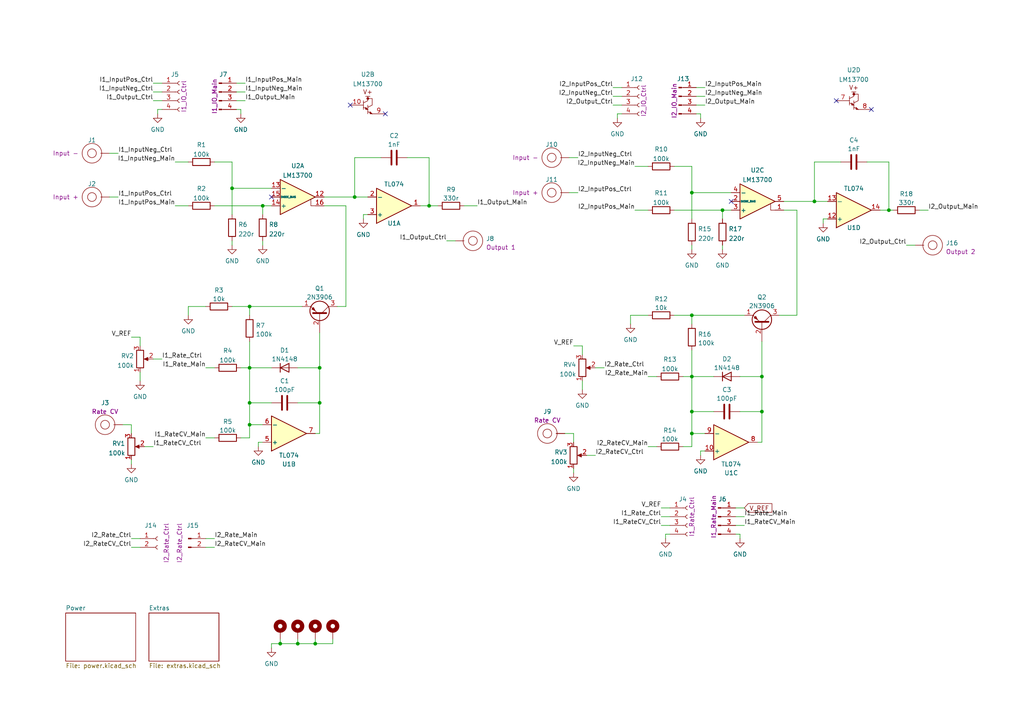
<source format=kicad_sch>
(kicad_sch (version 20230121) (generator eeschema)
  (paper "A4")
  (title_block (title "Variable Integrator and extras") (date "2022-07-25") (rev "r02") (comment 2 "creativecommons.org/Licenses/by/4.0/") (comment 3 "License: CC BY 4.0") (comment 4 "Author: Guy John"))
  (lib_symbols
    (symbol "Amplifier_Operational:LM13700" (pin_names (offset 0.127))
      (property "Reference" "U" (at 3.81 5.08 0))
      (property "Value" "LM13700" (at 5.08 -5.08 0))
      (symbol "LM13700_1_1"
        (polyline (pts (xy 3.81 -0.635) (xy 3.81 -2.54) (xy 5.08 -2.54)))
        (polyline (pts (xy 5.08 0) (xy -5.08 -5.08) (xy -5.08 5.08) (xy 5.08 0)) (stroke (width 0.254)) (fill (type background)))
        (pin output line (at 7.62 0 180) (length 2.54) (name "~") (number "12"))
        (pin input line (at -7.62 2.54 0) (length 2.54) (name "-") (number "13"))
        (pin input line (at -7.62 -2.54 0) (length 2.54) (name "+") (number "14"))
        (pin input line (at -7.62 0 0) (length 2.54) (name "DIODE_BIAS") (number "15"))
        (pin input line (at 7.62 -2.54 180) (length 2.54) (name "~") (number "16"))
      )
      (symbol "LM13700_2_0"
        (polyline (pts (xy -1.905 2.54) (xy -3.175 2.54)))
      )
      (symbol "LM13700_2_1"
        (circle (center -2.54 1.905) (radius 0.254) (stroke (width 0.254)) (fill (type outline)))
        (polyline (pts (xy -3.81 -0.635) (xy -2.54 -1.27)))
        (polyline (pts (xy -3.81 1.27) (xy -3.81 -1.27)))
        (polyline (pts (xy -2.54 -1.905) (xy -1.27 -2.54)))
        (polyline (pts (xy -2.54 0) (xy -2.54 -2.54)))
        (polyline (pts (xy -3.81 0.635) (xy -2.54 1.27) (xy -2.54 1.905) (xy -2.54 2.54)))
        (polyline (pts (xy -2.54 -1.27) (xy -3.175 -0.635) (xy -3.175 -1.27) (xy -2.54 -1.27)) (fill (type outline)))
        (polyline (pts (xy -2.54 -0.635) (xy -1.27 0) (xy -1.27 1.905) (xy -2.54 1.905)))
        (polyline (pts (xy -1.27 -2.54) (xy -1.905 -1.905) (xy -1.905 -2.54) (xy -1.27 -2.54)) (fill (type outline)))
        (text "V+" (at -2.54 3.81 0) (effects (font (size 1.27 1.27))))
        (pin input line (at -7.62 0 0) (length 3.81) (name "~") (number "10"))
        (pin output line (at 2.54 -2.54 180) (length 3.81) (name "~") (number "9"))
      )
      (symbol "LM13700_3_1"
        (polyline (pts (xy 3.81 -0.635) (xy 3.81 -2.54) (xy 5.08 -2.54)))
        (polyline (pts (xy 5.08 0) (xy -5.08 -5.08) (xy -5.08 5.08) (xy 5.08 0)) (stroke (width 0.254)) (fill (type background)))
        (pin input line (at 7.62 -2.54 180) (length 2.54) (name "~") (number "1"))
        (pin input line (at -7.62 0 0) (length 2.54) (name "DIODE_BIAS") (number "2"))
        (pin input line (at -7.62 -2.54 0) (length 2.54) (name "+") (number "3"))
        (pin input line (at -7.62 2.54 0) (length 2.54) (name "-") (number "4"))
        (pin output line (at 7.62 0 180) (length 2.54) (name "~") (number "5"))
      )
      (symbol "LM13700_4_0"
        (polyline (pts (xy -3.175 2.54) (xy -1.905 2.54)))
        (text "V+" (at -2.54 3.81 0) (effects (font (size 1.27 1.27))))
      )
      (symbol "LM13700_4_1"
        (circle (center -2.54 1.905) (radius 0.254) (stroke (width 0.254)) (fill (type outline)))
        (polyline (pts (xy -3.81 -0.635) (xy -2.54 -1.27)))
        (polyline (pts (xy -3.81 1.27) (xy -3.81 -1.27)))
        (polyline (pts (xy -2.54 -1.905) (xy -1.27 -2.54)))
        (polyline (pts (xy -2.54 0) (xy -2.54 -2.54)))
        (polyline (pts (xy -3.81 0.635) (xy -2.54 1.27) (xy -2.54 2.54)))
        (polyline (pts (xy -2.54 -1.27) (xy -3.175 -0.635) (xy -3.175 -1.27) (xy -2.54 -1.27)) (fill (type outline)))
        (polyline (pts (xy -2.54 -0.635) (xy -1.27 0) (xy -1.27 1.905) (xy -2.54 1.905)))
        (polyline (pts (xy -1.27 -2.54) (xy -1.905 -1.905) (xy -1.905 -2.54) (xy -1.27 -2.54)) (fill (type outline)))
        (pin input line (at -7.62 0 0) (length 3.81) (name "~") (number "7"))
        (pin output line (at 2.54 -2.54 180) (length 3.81) (name "~") (number "8"))
      )
      (symbol "LM13700_5_1"
        (pin power_in line (at -2.54 7.62 270) (length 3.81) (name "V+") (number "11"))
        (pin power_in line (at -2.54 -7.62 90) (length 3.81) (name "V-") (number "6"))
      )
    )
    (symbol "Amplifier_Operational:TL074" (pin_names (offset 0.127))
      (property "Reference" "U" (at 0 5.08 0))
      (property "Value" "TL074" (at 0 -5.08 0))
      (symbol "TL074_1_1"
        (polyline (pts (xy -5.08 5.08) (xy 5.08 0) (xy -5.08 -5.08) (xy -5.08 5.08)) (stroke (width 0.254)) (fill (type background)))
        (pin output line (at 7.62 0 180) (length 2.54) (name "~") (number "1"))
        (pin input line (at -7.62 -2.54 0) (length 2.54) (name "-") (number "2"))
        (pin input line (at -7.62 2.54 0) (length 2.54) (name "+") (number "3"))
      )
      (symbol "TL074_2_1"
        (polyline (pts (xy -5.08 5.08) (xy 5.08 0) (xy -5.08 -5.08) (xy -5.08 5.08)) (stroke (width 0.254)) (fill (type background)))
        (pin input line (at -7.62 2.54 0) (length 2.54) (name "+") (number "5"))
        (pin input line (at -7.62 -2.54 0) (length 2.54) (name "-") (number "6"))
        (pin output line (at 7.62 0 180) (length 2.54) (name "~") (number "7"))
      )
      (symbol "TL074_3_1"
        (polyline (pts (xy -5.08 5.08) (xy 5.08 0) (xy -5.08 -5.08) (xy -5.08 5.08)) (stroke (width 0.254)) (fill (type background)))
        (pin input line (at -7.62 2.54 0) (length 2.54) (name "+") (number "10"))
        (pin output line (at 7.62 0 180) (length 2.54) (name "~") (number "8"))
        (pin input line (at -7.62 -2.54 0) (length 2.54) (name "-") (number "9"))
      )
      (symbol "TL074_4_1"
        (polyline (pts (xy -5.08 5.08) (xy 5.08 0) (xy -5.08 -5.08) (xy -5.08 5.08)) (stroke (width 0.254)) (fill (type background)))
        (pin input line (at -7.62 2.54 0) (length 2.54) (name "+") (number "12"))
        (pin input line (at -7.62 -2.54 0) (length 2.54) (name "-") (number "13"))
        (pin output line (at 7.62 0 180) (length 2.54) (name "~") (number "14"))
      )
      (symbol "TL074_5_1"
        (pin power_in line (at -2.54 -7.62 90) (length 3.81) (name "V-") (number "11"))
        (pin power_in line (at -2.54 7.62 270) (length 3.81) (name "V+") (number "4"))
      )
    )
    (symbol "Banana_Jacks:Banana_Socket_PanelMount" (pin_numbers hide) (pin_names (offset 1.016) hide)
      (property "Reference" "J" (at 0 3.81 0))
      (symbol "Banana_Socket_PanelMount_0_1"
        (circle (center 0 0) (radius 1.27))
        (circle (center 0 0) (radius 2.8448))
      )
      (symbol "Banana_Socket_PanelMount_1_1"
        (pin bidirectional line (at 5.08 0 180) (length 2.54) (name "~") (number "1"))
      )
    )
    (symbol "Connector:Conn_01x02_Pin" (pin_names (offset 1.016) hide)
      (property "Reference" "J" (at 0 2.54 0))
      (property "Value" "Conn_01x02_Pin" (at 0 -5.08 0))
      (symbol "Conn_01x02_Pin_1_1"
        (polyline (pts (xy 1.27 -2.54) (xy 0.8636 -2.54)) (stroke (width 0.1524)))
        (polyline (pts (xy 1.27 0) (xy 0.8636 0)) (stroke (width 0.1524)))
        (rectangle (start 0.8636 -2.413) (end 0 -2.667) (stroke (width 0.1524)) (fill (type outline)))
        (rectangle (start 0.8636 0.127) (end 0 -0.127) (stroke (width 0.1524)) (fill (type outline)))
        (pin passive line (at 5.08 0 180) (length 3.81) (name "Pin_1") (number "1"))
        (pin passive line (at 5.08 -2.54 180) (length 3.81) (name "Pin_2") (number "2"))
      )
    )
    (symbol "Connector:Conn_01x02_Socket" (pin_names (offset 1.016) hide)
      (property "Reference" "J" (at 0 2.54 0))
      (property "Value" "Conn_01x02_Socket" (at 0 -5.08 0))
      (symbol "Conn_01x02_Socket_1_1"
        (arc (start 0 -2.032) (mid -0.5058 -2.54) (end 0 -3.048) (stroke (width 0.1524)))
        (polyline (pts (xy -1.27 -2.54) (xy -0.508 -2.54)) (stroke (width 0.1524)))
        (polyline (pts (xy -1.27 0) (xy -0.508 0)) (stroke (width 0.1524)))
        (arc (start 0 0.508) (mid -0.5058 0) (end 0 -0.508) (stroke (width 0.1524)))
        (pin passive line (at -5.08 0 0) (length 3.81) (name "Pin_1") (number "1"))
        (pin passive line (at -5.08 -2.54 0) (length 3.81) (name "Pin_2") (number "2"))
      )
    )
    (symbol "Connector:Conn_01x04_Pin" (pin_names (offset 1.016) hide)
      (property "Reference" "J" (at 0 5.08 0))
      (property "Value" "Conn_01x04_Pin" (at 0 -7.62 0))
      (symbol "Conn_01x04_Pin_1_1"
        (polyline (pts (xy 1.27 -5.08) (xy 0.8636 -5.08)) (stroke (width 0.1524)))
        (polyline (pts (xy 1.27 -2.54) (xy 0.8636 -2.54)) (stroke (width 0.1524)))
        (polyline (pts (xy 1.27 0) (xy 0.8636 0)) (stroke (width 0.1524)))
        (polyline (pts (xy 1.27 2.54) (xy 0.8636 2.54)) (stroke (width 0.1524)))
        (rectangle (start 0.8636 -4.953) (end 0 -5.207) (stroke (width 0.1524)) (fill (type outline)))
        (rectangle (start 0.8636 -2.413) (end 0 -2.667) (stroke (width 0.1524)) (fill (type outline)))
        (rectangle (start 0.8636 0.127) (end 0 -0.127) (stroke (width 0.1524)) (fill (type outline)))
        (rectangle (start 0.8636 2.667) (end 0 2.413) (stroke (width 0.1524)) (fill (type outline)))
        (pin passive line (at 5.08 2.54 180) (length 3.81) (name "Pin_1") (number "1"))
        (pin passive line (at 5.08 0 180) (length 3.81) (name "Pin_2") (number "2"))
        (pin passive line (at 5.08 -2.54 180) (length 3.81) (name "Pin_3") (number "3"))
        (pin passive line (at 5.08 -5.08 180) (length 3.81) (name "Pin_4") (number "4"))
      )
    )
    (symbol "Connector:Conn_01x04_Socket" (pin_names (offset 1.016) hide)
      (property "Reference" "J" (at 0 5.08 0))
      (property "Value" "Conn_01x04_Socket" (at 0 -7.62 0))
      (symbol "Conn_01x04_Socket_1_1"
        (arc (start 0 -4.572) (mid -0.5058 -5.08) (end 0 -5.588) (stroke (width 0.1524)))
        (arc (start 0 -2.032) (mid -0.5058 -2.54) (end 0 -3.048) (stroke (width 0.1524)))
        (polyline (pts (xy -1.27 -5.08) (xy -0.508 -5.08)) (stroke (width 0.1524)))
        (polyline (pts (xy -1.27 -2.54) (xy -0.508 -2.54)) (stroke (width 0.1524)))
        (polyline (pts (xy -1.27 0) (xy -0.508 0)) (stroke (width 0.1524)))
        (polyline (pts (xy -1.27 2.54) (xy -0.508 2.54)) (stroke (width 0.1524)))
        (arc (start 0 0.508) (mid -0.5058 0) (end 0 -0.508) (stroke (width 0.1524)))
        (arc (start 0 3.048) (mid -0.5058 2.54) (end 0 2.032) (stroke (width 0.1524)))
        (pin passive line (at -5.08 2.54 0) (length 3.81) (name "Pin_1") (number "1"))
        (pin passive line (at -5.08 0 0) (length 3.81) (name "Pin_2") (number "2"))
        (pin passive line (at -5.08 -2.54 0) (length 3.81) (name "Pin_3") (number "3"))
        (pin passive line (at -5.08 -5.08 0) (length 3.81) (name "Pin_4") (number "4"))
      )
    )
    (symbol "D_1" (pin_numbers hide) (pin_names (offset 1.016) hide)
      (property "Reference" "D" (at 0 2.54 0))
      (property "Value" "D" (at 0 -2.54 0))
      (symbol "D_1_0_1"
        (polyline (pts (xy -1.27 1.27) (xy -1.27 -1.27)) (stroke (width 0.254)))
        (polyline (pts (xy 1.27 0) (xy -1.27 0)))
        (polyline (pts (xy 1.27 1.27) (xy 1.27 -1.27) (xy -1.27 0) (xy 1.27 1.27)) (stroke (width 0.254)))
      )
      (symbol "D_1_1_1"
        (pin passive line (at -3.81 0 0) (length 2.54) (name "K") (number "1"))
        (pin passive line (at 3.81 0 180) (length 2.54) (name "A") (number "2"))
      )
    )
    (symbol "Device:R_Potentiometer" (pin_names (offset 1.016) hide)
      (property "Reference" "RV" (at -4.445 0 90))
      (property "Value" "R_Potentiometer" (at -2.54 0 90))
      (symbol "R_Potentiometer_0_1"
        (polyline (pts (xy 2.54 0) (xy 1.524 0)))
        (polyline (pts (xy 1.143 0) (xy 2.286 0.508) (xy 2.286 -0.508) (xy 1.143 0)) (fill (type outline)))
        (rectangle (start 1.016 2.54) (end -1.016 -2.54) (stroke (width 0.254)))
      )
      (symbol "R_Potentiometer_1_1"
        (pin passive line (at 0 3.81 270) (length 1.27) (name "1") (number "1"))
        (pin passive line (at 3.81 0 180) (length 1.27) (name "2") (number "2"))
        (pin passive line (at 0 -3.81 90) (length 1.27) (name "3") (number "3"))
      )
    )
    (symbol "Mechanical:MountingHole_Pad" (pin_numbers hide) (pin_names (offset 1.016) hide)
      (property "Reference" "H" (at 0 6.35 0))
      (property "Value" "MountingHole_Pad" (at 0 4.445 0))
      (symbol "MountingHole_Pad_0_1"
        (circle (center 0 1.27) (radius 1.27) (stroke (width 1.27)))
      )
      (symbol "MountingHole_Pad_1_1"
        (pin input line (at 0 -2.54 90) (length 2.54) (name "1") (number "1"))
      )
    )
    (symbol "Rumblesan Standard Parts:C" (pin_numbers hide) (pin_names (offset 0.254) hide)
      (property "Reference" "C?" (at -6.35 0 90))
      (property "Value" "C" (at -3.81 0 90))
      (symbol "C_0_1"
        (polyline (pts (xy -2.032 -0.762) (xy 2.032 -0.762)) (stroke (width 0.508)))
        (polyline (pts (xy -2.032 0.762) (xy 2.032 0.762)) (stroke (width 0.508)))
      )
      (symbol "C_1_1"
        (pin passive line (at 0 3.81 270) (length 2.794) (name "~") (number "1"))
        (pin passive line (at 0 -3.81 90) (length 2.794) (name "~") (number "2"))
      )
    )
    (symbol "Rumblesan Standard Parts:R" (pin_numbers hide) (pin_names (offset 0))
      (property "Reference" "R?" (at -5.08 0 90))
      (property "Value" "R" (at -2.54 0 90))
      (symbol "R_0_1"
        (rectangle (start 1.016 2.54) (end -1.016 -2.54) (stroke (width 0.254)))
      )
      (symbol "R_1_1"
        (pin passive line (at 0 -3.81 90) (length 1.27) (name "~") (number "1"))
        (pin passive line (at 0 3.81 270) (length 1.27) (name "~") (number "2"))
      )
    )
    (symbol "Transistor_BJT:2N3906" (pin_names (offset 0) hide)
      (property "Reference" "Q" (at 5.08 1.905 0))
      (property "Value" "2N3906" (at 5.08 0 0))
      (symbol "2N3906_0_1"
        (polyline (pts (xy 0.635 0.635) (xy 2.54 2.54)))
        (polyline (pts (xy 0.635 -0.635) (xy 2.54 -2.54) (xy 2.54 -2.54)))
        (polyline (pts (xy 0.635 1.905) (xy 0.635 -1.905) (xy 0.635 -1.905)) (stroke (width 0.508)))
        (polyline (pts (xy 2.286 -1.778) (xy 1.778 -2.286) (xy 1.27 -1.27) (xy 2.286 -1.778) (xy 2.286 -1.778)) (fill (type outline)))
        (circle (center 1.27 0) (radius 2.8194) (stroke (width 0.254)))
      )
      (symbol "2N3906_1_1"
        (pin passive line (at 2.54 -5.08 90) (length 2.54) (name "E") (number "1"))
        (pin input line (at -5.08 0 0) (length 5.715) (name "B") (number "2"))
        (pin passive line (at 2.54 5.08 270) (length 2.54) (name "C") (number "3"))
      )
    )
    (symbol "power:GND" (power) (pin_names (offset 0))
      (property "Value" "GND" (at 0 -3.81 0))
      (symbol "GND_0_1"
        (polyline (pts (xy 0 0) (xy 0 -1.27) (xy 1.27 -1.27) (xy 0 -2.54) (xy -1.27 -1.27) (xy 0 -1.27)))
      )
      (symbol "GND_1_1"
        (pin power_in line (at 0 0 270) (length 0) hide (name "GND") (number "1"))
      )
    )
  )
  (junction (at 220.98 109.22))
  (junction (at 102.87 57.15))
  (junction (at 76.2 59.69))
  (junction (at 72.39 106.68))
  (junction (at 86.36 186.69))
  (junction (at 124.46 59.69))
  (junction (at 72.39 123.19))
  (junction (at 72.39 88.9))
  (junction (at 200.66 125.73))
  (junction (at 81.28 186.69))
  (junction (at 200.66 91.44))
  (junction (at 220.98 119.38))
  (junction (at 91.44 186.69))
  (junction (at 236.22 58.42))
  (junction (at 257.81 60.96))
  (junction (at 200.66 55.88))
  (junction (at 200.66 109.22))
  (junction (at 72.39 116.84))
  (junction (at 200.66 119.38))
  (junction (at 209.55 60.96))
  (junction (at 92.71 106.68))
  (junction (at 92.71 116.84))
  (junction (at 67.31 54.61))
  (no_connect (at 212.09 58.42))
  (no_connect (at 78.74 57.15))
  (no_connect (at 242.57 29.21))
  (no_connect (at 111.76 33.02))
  (no_connect (at 101.6 30.48))
  (no_connect (at 252.73 31.75))
  (wire (pts (xy 67.31 54.61) (xy 67.31 62.23)))
  (wire (pts (xy 34.29 44.45) (xy 31.75 44.45)))
  (wire (pts (xy 166.37 135.89) (xy 166.37 137.16)))
  (wire (pts (xy 187.96 91.44) (xy 182.88 91.44)))
  (wire (pts (xy 191.77 149.86) (xy 194.31 149.86)))
  (wire (pts (xy 200.66 129.54) (xy 200.66 125.73)))
  (wire (pts (xy 44.45 24.13) (xy 46.99 24.13)))
  (wire (pts (xy 200.66 109.22) (xy 200.66 119.38)))
  (wire (pts (xy 86.36 186.69) (xy 91.44 186.69)))
  (wire (pts (xy 168.91 110.49) (xy 168.91 113.03)))
  (wire (pts (xy 195.58 60.96) (xy 209.55 60.96)))
  (wire (pts (xy 124.46 59.69) (xy 127 59.69)))
  (wire (pts (xy 129.54 69.85) (xy 132.08 69.85)))
  (wire (pts (xy 44.45 26.67) (xy 46.99 26.67)))
  (wire (pts (xy 213.36 152.4) (xy 215.9 152.4)))
  (wire (pts (xy 166.37 100.33) (xy 168.91 100.33)))
  (wire (pts (xy 209.55 60.96) (xy 209.55 63.5)))
  (wire (pts (xy 193.04 154.94) (xy 194.31 154.94)))
  (wire (pts (xy 69.85 106.68) (xy 72.39 106.68)))
  (wire (pts (xy 184.15 60.96) (xy 187.96 60.96)))
  (wire (pts (xy 227.33 58.42) (xy 236.22 58.42)))
  (wire (pts (xy 40.64 107.95) (xy 40.64 110.49)))
  (wire (pts (xy 180.34 33.02) (xy 179.07 33.02)))
  (wire (pts (xy 165.1 55.88) (xy 167.64 55.88)))
  (wire (pts (xy 238.76 63.5) (xy 238.76 64.77)))
  (wire (pts (xy 54.61 88.9) (xy 54.61 91.44)))
  (wire (pts (xy 102.87 57.15) (xy 106.68 57.15)))
  (wire (pts (xy 92.71 106.68) (xy 92.71 116.84)))
  (wire (pts (xy 76.2 128.27) (xy 74.93 128.27)))
  (wire (pts (xy 86.36 106.68) (xy 92.71 106.68)))
  (wire (pts (xy 214.63 119.38) (xy 220.98 119.38)))
  (wire (pts (xy 59.69 127) (xy 62.23 127)))
  (wire (pts (xy 69.85 127) (xy 72.39 127)))
  (wire (pts (xy 72.39 106.68) (xy 72.39 116.84)))
  (wire (pts (xy 93.98 59.69) (xy 100.33 59.69)))
  (wire (pts (xy 262.89 71.12) (xy 265.43 71.12)))
  (wire (pts (xy 191.77 147.32) (xy 194.31 147.32)))
  (wire (pts (xy 219.71 128.27) (xy 220.98 128.27)))
  (wire (pts (xy 182.88 91.44) (xy 182.88 93.98)))
  (wire (pts (xy 46.99 31.75) (xy 45.72 31.75)))
  (wire (pts (xy 121.92 59.69) (xy 124.46 59.69)))
  (wire (pts (xy 167.64 45.72) (xy 165.1 45.72)))
  (wire (pts (xy 31.75 57.15) (xy 34.29 57.15)))
  (wire (pts (xy 198.12 129.54) (xy 200.66 129.54)))
  (wire (pts (xy 76.2 59.69) (xy 76.2 62.23)))
  (wire (pts (xy 40.64 97.79) (xy 40.64 100.33)))
  (wire (pts (xy 200.66 93.98) (xy 200.66 91.44)))
  (wire (pts (xy 266.7 60.96) (xy 269.24 60.96)))
  (wire (pts (xy 62.23 59.69) (xy 76.2 59.69)))
  (wire (pts (xy 236.22 46.99) (xy 243.84 46.99)))
  (wire (pts (xy 236.22 46.99) (xy 236.22 58.42)))
  (wire (pts (xy 255.27 60.96) (xy 257.81 60.96)))
  (wire (pts (xy 102.87 45.72) (xy 102.87 57.15)))
  (wire (pts (xy 45.72 31.75) (xy 45.72 33.02)))
  (wire (pts (xy 72.39 99.06) (xy 72.39 106.68)))
  (wire (pts (xy 257.81 60.96) (xy 257.81 46.99)))
  (wire (pts (xy 93.98 57.15) (xy 102.87 57.15)))
  (wire (pts (xy 226.06 91.44) (xy 231.14 91.44)))
  (wire (pts (xy 170.18 132.08) (xy 172.72 132.08)))
  (wire (pts (xy 200.66 125.73) (xy 204.47 125.73)))
  (wire (pts (xy 92.71 96.52) (xy 92.71 106.68)))
  (wire (pts (xy 177.8 30.48) (xy 180.34 30.48)))
  (wire (pts (xy 220.98 109.22) (xy 220.98 119.38)))
  (wire (pts (xy 68.58 26.67) (xy 71.12 26.67)))
  (wire (pts (xy 201.93 33.02) (xy 203.2 33.02)))
  (wire (pts (xy 184.15 48.26) (xy 187.96 48.26)))
  (wire (pts (xy 106.68 62.23) (xy 105.41 62.23)))
  (wire (pts (xy 118.11 45.72) (xy 124.46 45.72)))
  (wire (pts (xy 78.74 187.96) (xy 78.74 186.69)))
  (wire (pts (xy 72.39 116.84) (xy 72.39 123.19)))
  (wire (pts (xy 200.66 101.6) (xy 200.66 109.22)))
  (wire (pts (xy 227.33 60.96) (xy 231.14 60.96)))
  (wire (pts (xy 50.8 59.69) (xy 54.61 59.69)))
  (wire (pts (xy 220.98 99.06) (xy 220.98 109.22)))
  (wire (pts (xy 86.36 185.42) (xy 86.36 186.69)))
  (wire (pts (xy 69.85 31.75) (xy 69.85 33.02)))
  (wire (pts (xy 68.58 29.21) (xy 71.12 29.21)))
  (wire (pts (xy 220.98 128.27) (xy 220.98 119.38)))
  (wire (pts (xy 91.44 125.73) (xy 92.71 125.73)))
  (wire (pts (xy 102.87 45.72) (xy 110.49 45.72)))
  (wire (pts (xy 198.12 109.22) (xy 200.66 109.22)))
  (wire (pts (xy 78.74 186.69) (xy 81.28 186.69)))
  (wire (pts (xy 68.58 24.13) (xy 71.12 24.13)))
  (wire (pts (xy 72.39 106.68) (xy 78.74 106.68)))
  (wire (pts (xy 191.77 152.4) (xy 194.31 152.4)))
  (wire (pts (xy 236.22 58.42) (xy 240.03 58.42)))
  (wire (pts (xy 67.31 46.99) (xy 67.31 54.61)))
  (wire (pts (xy 193.04 156.21) (xy 193.04 154.94)))
  (wire (pts (xy 200.66 71.12) (xy 200.66 72.39)))
  (wire (pts (xy 74.93 128.27) (xy 74.93 129.54)))
  (wire (pts (xy 38.1 156.21) (xy 40.64 156.21)))
  (wire (pts (xy 187.96 129.54) (xy 190.5 129.54)))
  (wire (pts (xy 200.66 48.26) (xy 200.66 55.88)))
  (wire (pts (xy 200.66 55.88) (xy 200.66 63.5)))
  (wire (pts (xy 209.55 71.12) (xy 209.55 72.39)))
  (wire (pts (xy 213.36 154.94) (xy 214.63 154.94)))
  (wire (pts (xy 50.8 46.99) (xy 54.61 46.99)))
  (wire (pts (xy 200.66 109.22) (xy 207.01 109.22)))
  (wire (pts (xy 166.37 125.73) (xy 166.37 128.27)))
  (wire (pts (xy 203.2 130.81) (xy 203.2 132.08)))
  (wire (pts (xy 251.46 46.99) (xy 257.81 46.99)))
  (wire (pts (xy 67.31 69.85) (xy 67.31 71.12)))
  (wire (pts (xy 38.1 97.79) (xy 40.64 97.79)))
  (wire (pts (xy 96.52 186.69) (xy 96.52 185.42)))
  (wire (pts (xy 168.91 100.33) (xy 168.91 102.87)))
  (wire (pts (xy 81.28 186.69) (xy 86.36 186.69)))
  (wire (pts (xy 100.33 59.69) (xy 100.33 88.9)))
  (wire (pts (xy 209.55 60.96) (xy 212.09 60.96)))
  (wire (pts (xy 38.1 123.19) (xy 38.1 125.73)))
  (wire (pts (xy 86.36 116.84) (xy 92.71 116.84)))
  (wire (pts (xy 72.39 116.84) (xy 78.74 116.84)))
  (wire (pts (xy 240.03 63.5) (xy 238.76 63.5)))
  (wire (pts (xy 68.58 31.75) (xy 69.85 31.75)))
  (wire (pts (xy 134.62 59.69) (xy 138.43 59.69)))
  (wire (pts (xy 59.69 158.75) (xy 62.23 158.75)))
  (wire (pts (xy 214.63 154.94) (xy 214.63 156.21)))
  (wire (pts (xy 201.93 27.94) (xy 204.47 27.94)))
  (wire (pts (xy 257.81 60.96) (xy 259.08 60.96)))
  (wire (pts (xy 200.66 91.44) (xy 215.9 91.44)))
  (wire (pts (xy 91.44 185.42) (xy 91.44 186.69)))
  (wire (pts (xy 195.58 91.44) (xy 200.66 91.44)))
  (wire (pts (xy 179.07 33.02) (xy 179.07 34.29)))
  (wire (pts (xy 172.72 106.68) (xy 175.26 106.68)))
  (wire (pts (xy 59.69 88.9) (xy 54.61 88.9)))
  (wire (pts (xy 214.63 109.22) (xy 220.98 109.22)))
  (wire (pts (xy 92.71 125.73) (xy 92.71 116.84)))
  (wire (pts (xy 204.47 130.81) (xy 203.2 130.81)))
  (wire (pts (xy 62.23 46.99) (xy 67.31 46.99)))
  (wire (pts (xy 201.93 25.4) (xy 204.47 25.4)))
  (wire (pts (xy 44.45 29.21) (xy 46.99 29.21)))
  (wire (pts (xy 81.28 185.42) (xy 81.28 186.69)))
  (wire (pts (xy 59.69 106.68) (xy 62.23 106.68)))
  (wire (pts (xy 97.79 88.9) (xy 100.33 88.9)))
  (wire (pts (xy 177.8 25.4) (xy 180.34 25.4)))
  (wire (pts (xy 213.36 149.86) (xy 215.9 149.86)))
  (wire (pts (xy 35.56 123.19) (xy 38.1 123.19)))
  (wire (pts (xy 195.58 48.26) (xy 200.66 48.26)))
  (wire (pts (xy 59.69 156.21) (xy 62.23 156.21)))
  (wire (pts (xy 38.1 158.75) (xy 40.64 158.75)))
  (wire (pts (xy 72.39 91.44) (xy 72.39 88.9)))
  (wire (pts (xy 213.36 147.32) (xy 215.9 147.32)))
  (wire (pts (xy 163.83 125.73) (xy 166.37 125.73)))
  (wire (pts (xy 76.2 59.69) (xy 78.74 59.69)))
  (wire (pts (xy 38.1 133.35) (xy 38.1 134.62)))
  (wire (pts (xy 201.93 30.48) (xy 204.47 30.48)))
  (wire (pts (xy 72.39 123.19) (xy 76.2 123.19)))
  (wire (pts (xy 200.66 119.38) (xy 207.01 119.38)))
  (wire (pts (xy 200.66 55.88) (xy 212.09 55.88)))
  (wire (pts (xy 76.2 69.85) (xy 76.2 71.12)))
  (wire (pts (xy 203.2 33.02) (xy 203.2 34.29)))
  (wire (pts (xy 105.41 62.23) (xy 105.41 63.5)))
  (wire (pts (xy 67.31 54.61) (xy 78.74 54.61)))
  (wire (pts (xy 200.66 119.38) (xy 200.66 125.73)))
  (wire (pts (xy 91.44 186.69) (xy 96.52 186.69)))
  (wire (pts (xy 72.39 127) (xy 72.39 123.19)))
  (wire (pts (xy 41.91 129.54) (xy 44.45 129.54)))
  (wire (pts (xy 72.39 88.9) (xy 87.63 88.9)))
  (wire (pts (xy 187.96 109.22) (xy 190.5 109.22)))
  (wire (pts (xy 67.31 88.9) (xy 72.39 88.9)))
  (wire (pts (xy 44.45 104.14) (xy 46.99 104.14)))
  (wire (pts (xy 231.14 60.96) (xy 231.14 91.44)))
  (wire (pts (xy 124.46 59.69) (xy 124.46 45.72)))
  (wire (pts (xy 177.8 27.94) (xy 180.34 27.94)))
  (label "I2_RateCV_Ctrl" (at 38.1 158.75 180))
  (label "I1_Rate_Main" (at 215.9 149.86 0))
  (label "I2_InputNeg_Main" (at 204.47 27.94 0))
  (label "I2_InputPos_Ctrl" (at 167.64 55.88 0))
  (label "I2_InputPos_Main" (at 204.47 25.4 0))
  (label "I2_Rate_Ctrl" (at 38.1 156.21 180))
  (label "I2_Rate_Main" (at 187.96 109.22 180))
  (label "I2_Output_Main" (at 269.24 60.96 0))
  (label "I1_Output_Main" (at 71.12 29.21 0))
  (label "I2_RateCV_Ctrl" (at 172.72 132.08 0))
  (label "I1_Rate_Main" (at 59.69 106.68 180))
  (label "I2_InputPos_Ctrl" (at 177.8 25.4 180))
  (label "I2_Rate_Main" (at 62.23 156.21 0))
  (label "I1_RateCV_Main" (at 215.9 152.4 0))
  (label "I1_InputPos_Main" (at 71.12 24.13 0))
  (label "I2_InputNeg_Ctrl" (at 177.8 27.94 180))
  (label "I2_InputNeg_Ctrl" (at 167.64 45.72 0))
  (label "I2_RateCV_Main" (at 187.96 129.54 180))
  (label "I1_RateCV_Main" (at 59.69 127 180))
  (label "V_REF" (at 191.77 147.32 180))
  (label "I1_RateCV_Ctrl" (at 191.77 152.4 180))
  (label "I1_Output_Ctrl" (at 44.45 29.21 180))
  (label "I1_InputNeg_Main" (at 71.12 26.67 0))
  (label "I2_Output_Main" (at 204.47 30.48 0))
  (label "I1_InputNeg_Ctrl" (at 44.45 26.67 180))
  (label "I2_Rate_Ctrl" (at 175.26 106.68 0))
  (label "V_REF" (at 166.37 100.33 180))
  (label "I1_InputPos_Ctrl" (at 44.45 24.13 180))
  (label "I2_RateCV_Main" (at 62.23 158.75 0))
  (label "I2_Output_Ctrl" (at 177.8 30.48 180))
  (label "I1_Rate_Ctrl" (at 191.77 149.86 180))
  (label "I1_InputPos_Main" (at 50.8 59.69 180))
  (label "V_REF" (at 38.1 97.79 180))
  (label "I2_Output_Ctrl" (at 262.89 71.12 180))
  (label "I1_InputNeg_Main" (at 50.8 46.99 180))
  (label "I1_InputPos_Ctrl" (at 34.29 57.15 0))
  (label "I2_InputPos_Main" (at 184.15 60.96 180))
  (label "I1_Rate_Ctrl" (at 46.99 104.14 0))
  (label "I2_InputNeg_Main" (at 184.15 48.26 180))
  (label "I1_RateCV_Ctrl" (at 44.45 129.54 0))
  (label "I1_Output_Ctrl" (at 129.54 69.85 180))
  (label "I1_Output_Main" (at 138.43 59.69 0))
  (label "I1_InputNeg_Ctrl" (at 34.29 44.45 0))
  (global_label "V_REF" (shape input) (at 215.9 147.32 0) (property "Intersheetrefs" "${INTERSHEET_REFS}" (effects hide)))
  (symbol (lib_id "power:GND") (at 40.64 110.49 0) (unit 1)
    (property "Reference" "#PWR04" (effects hide))
    (property "Value" "GND" (at 40.64 115.0525 0))
  )
  (symbol (lib_id "Rumblesan Standard Parts:C") (at 114.3 45.72 90) (unit 1)
    (property "Reference" "C2" (at 114.3 39.37 90))
    (property "Value" "1nF" (at 114.3 41.91 90))
    (property "Footprint" "Rumblesan_Standard_Parts:C_Rect_L7.0mm_W3.5mm_P5.00mm" (effects hide))
    (property "Spec" "ceramic C0G" (effects hide))
    (property "Tolerance" "5%" (effects hide))
  )
  (symbol (lib_id "Connector:Conn_01x02_Pin") (at 54.61 156.21 0) (unit 1)
    (property "Reference" "J15" (at 55.88 152.4 0))
    (property "Value" "Conn_01x02_Male" (effects hide))
    (property "Footprint" "Connector_PinHeader_2.54mm:PinHeader_1x02_P2.54mm_Vertical" (effects hide))
    (property "Name" "I2_Rate_Ctrl" (at 52.07 157.48 90))
  )
  (symbol (lib_id "Rumblesan Standard Parts:R") (at 72.39 95.25 180) (unit 1)
    (property "Reference" "R7" (at 74.168 94.4153 0) (effects (justify right)))
    (property "Value" "100k" (at 74.168 96.9522 0) (effects (justify right)))
    (property "Footprint" "Rumblesan_Standard_Parts:R_Axial_DIN0207_L6.3mm_D2.5mm_P10.16mm_Horizontal" (effects hide))
    (property "Tolerance" "1%" (effects hide))
    (property "Power" "0.5W" (effects hide))
    (property "Spec" "metal film" (effects hide))
  )
  (symbol (lib_id "Amplifier_Operational:LM13700") (at 250.19 29.21 0) (unit 4)
    (property "Reference" "U2" (at 247.65 20.2999 0))
    (property "Value" "LM13700" (at 247.65 23.075 0))
    (property "Footprint" "Rumblesan_Standard_Parts:DIP-16_W7.62mm_Socket" (effects hide))
    (property "Datasheet" "http://www.ti.com/lit/ds/symlink/lm13700.pdf" (effects hide))
  )
  (symbol (lib_name "D_1") (lib_id "Device:D") (at 210.82 109.22 0) (unit 1)
    (property "Reference" "D2" (at 210.82 104.14 0))
    (property "Value" "1N4148" (at 210.82 106.68 0))
    (property "Footprint" "Rumblesan_Standard_Parts:D_DO-35_SOD27_P7.62mm_Horizontal" (effects hide))
    (property "Sim.Device" "D" (effects hide))
    (property "Sim.Pins" "1=K 2=A" (effects hide))
  )
  (symbol (lib_id "Rumblesan Standard Parts:R") (at 66.04 127 270) (unit 1)
    (property "Reference" "R5" (at 66.04 122.2842 90))
    (property "Value" "100k" (at 66.04 124.8211 90))
    (property "Footprint" "Rumblesan_Standard_Parts:R_Axial_DIN0207_L6.3mm_D2.5mm_P10.16mm_Horizontal" (effects hide))
    (property "Tolerance" "1%" (effects hide))
    (property "Power" "0.5W" (effects hide))
    (property "Spec" "metal film" (effects hide))
  )
  (symbol (lib_id "Banana_Jacks:Banana_Socket_PanelMount") (at 270.51 71.12 180) (unit 1)
    (property "Reference" "J16" (at 274.32 70.485 0) (effects (justify right)))
    (property "Value" "Banana Socket PanelMount" (effects hide))
    (property "Footprint" "Rumblesan_Standard_Parts:BananaJack_THT_JohnsonCinch_108-09" (effects hide))
    (property "Vendor" "Mouser" (effects hide))
    (property "SKU" "108-0901-1" (effects hide))
    (property "Name" "Output 2" (at 274.32 73.025 0) (effects (justify right)))
  )
  (symbol (lib_id "Connector:Conn_01x04_Socket") (at 199.39 149.86 0) (unit 1)
    (property "Reference" "J4" (at 196.85 144.78 0) (effects (justify left)))
    (property "Value" "Conn_01x04_Female" (effects hide))
    (property "Footprint" "Connector_PinSocket_2.54mm:PinSocket_1x04_P2.54mm_Vertical" (effects hide))
    (property "Name" "I1_Rate_Ctrl" (at 200.66 149.86 90))
  )
  (symbol (lib_id "Amplifier_Operational:TL074") (at 212.09 128.27 0) (mirror x) (unit 3)
    (property "Reference" "U1" (at 212.09 137.16 0))
    (property "Value" "TL074" (at 212.09 134.62 0))
    (property "Footprint" "Rumblesan_Standard_Parts:DIP-14_W7.62mm_Socket" (effects hide))
    (property "Datasheet" "http://www.ti.com/lit/ds/symlink/tl071.pdf" (effects hide))
  )
  (symbol (lib_id "power:GND") (at 168.91 113.03 0) (unit 1)
    (property "Reference" "#PWR016" (effects hide))
    (property "Value" "GND" (at 168.91 117.5925 0))
  )
  (symbol (lib_id "power:GND") (at 200.66 72.39 0) (unit 1)
    (property "Reference" "#PWR019" (effects hide))
    (property "Value" "GND" (at 200.66 76.9525 0))
  )
  (symbol (lib_id "Banana_Jacks:Banana_Socket_PanelMount") (at 26.67 44.45 0) (unit 1)
    (property "Reference" "J1" (at 26.67 40.64 0))
    (property "Value" "Banana Socket PanelMount" (effects hide))
    (property "Footprint" "Rumblesan_Standard_Parts:BananaJack_THT_JohnsonCinch_108-09" (effects hide))
    (property "Vendor" "Mouser" (effects hide))
    (property "SKU" "108-0901-1" (effects hide))
    (property "Name" "Input -" (at 19.05 44.45 0))
  )
  (symbol (lib_id "Connector:Conn_01x04_Pin") (at 208.28 149.86 0) (unit 1)
    (property "Reference" "J6" (at 209.55 144.78 0))
    (property "Value" "Conn_01x04_Male" (effects hide))
    (property "Footprint" "Connector_PinHeader_2.54mm:PinHeader_1x04_P2.54mm_Vertical" (effects hide))
    (property "Name" "I1_Rate_Main" (at 207.01 149.86 90))
  )
  (symbol (lib_id "Transistor_BJT:2N3906") (at 220.98 93.98 270) (mirror x) (unit 1)
    (property "Reference" "Q2" (at 220.98 86.1908 90))
    (property "Value" "2N3906" (at 220.98 88.7277 90))
    (property "Footprint" "Package_TO_SOT_THT:TO-92_Inline_Wide" (effects hide))
    (property "Datasheet" "https://www.onsemi.com/pub/Collateral/2N3906-D.PDF" (effects hide))
  )
  (symbol (lib_id "Rumblesan Standard Parts:R") (at 194.31 109.22 90) (unit 1)
    (property "Reference" "R13" (at 194.31 104.2375 90))
    (property "Value" "100k" (at 194.31 107.0126 90))
    (property "Footprint" "Rumblesan_Standard_Parts:R_Axial_DIN0207_L6.3mm_D2.5mm_P10.16mm_Horizontal" (effects hide))
    (property "Tolerance" "1%" (effects hide))
    (property "Power" "0.5W" (effects hide))
    (property "Spec" "metal film" (effects hide))
  )
  (symbol (lib_id "Banana_Jacks:Banana_Socket_PanelMount") (at 26.67 57.15 0) (unit 1)
    (property "Reference" "J2" (at 26.67 53.34 0))
    (property "Value" "Banana Socket PanelMount" (effects hide))
    (property "Footprint" "Rumblesan_Standard_Parts:BananaJack_THT_JohnsonCinch_108-09" (effects hide))
    (property "Vendor" "Mouser" (effects hide))
    (property "SKU" "108-0901-1" (effects hide))
    (property "Name" "Input +" (at 19.05 57.15 0))
  )
  (symbol (lib_id "Amplifier_Operational:TL074") (at 83.82 125.73 0) (mirror x) (unit 2)
    (property "Reference" "U1" (at 83.82 134.62 0))
    (property "Value" "TL074" (at 83.82 132.08 0))
    (property "Footprint" "Rumblesan_Standard_Parts:DIP-14_W7.62mm_Socket" (effects hide))
    (property "Datasheet" "http://www.ti.com/lit/ds/symlink/tl071.pdf" (effects hide))
  )
  (symbol (lib_id "power:GND") (at 203.2 34.29 0) (unit 1)
    (property "Reference" "#PWR020" (effects hide))
    (property "Value" "GND" (at 203.2 38.8525 0))
  )
  (symbol (lib_id "Amplifier_Operational:TL074") (at 114.3 59.69 0) (mirror x) (unit 1)
    (property "Reference" "U1" (at 114.3 64.77 0))
    (property "Value" "TL074" (at 114.3 53.4186 0))
    (property "Footprint" "Rumblesan_Standard_Parts:DIP-14_W7.62mm_Socket" (effects hide))
    (property "Datasheet" "http://www.ti.com/lit/ds/symlink/tl071.pdf" (effects hide))
  )
  (symbol (lib_id "Rumblesan Standard Parts:R") (at 191.77 48.26 90) (unit 1)
    (property "Reference" "R10" (at 191.77 43.2775 90))
    (property "Value" "100k" (at 191.77 46.0526 90))
    (property "Footprint" "Rumblesan_Standard_Parts:R_Axial_DIN0207_L6.3mm_D2.5mm_P10.16mm_Horizontal" (effects hide))
    (property "Tolerance" "1%" (effects hide))
    (property "Power" "0.5W" (effects hide))
    (property "Spec" "metal film" (effects hide))
  )
  (symbol (lib_id "Banana_Jacks:Banana_Socket_PanelMount") (at 160.02 55.88 0) (unit 1)
    (property "Reference" "J11" (at 160.02 52.07 0))
    (property "Value" "Banana Socket PanelMount" (effects hide))
    (property "Footprint" "Rumblesan_Standard_Parts:BananaJack_THT_JohnsonCinch_108-09" (effects hide))
    (property "Vendor" "Mouser" (effects hide))
    (property "SKU" "108-0901-1" (effects hide))
    (property "Name" "Input +" (at 152.4 55.88 0))
  )
  (symbol (lib_id "power:GND") (at 193.04 156.21 0) (unit 1)
    (property "Reference" "#PWR03" (effects hide))
    (property "Value" "GND" (at 193.04 160.7725 0))
  )
  (symbol (lib_id "Rumblesan Standard Parts:R") (at 200.66 67.31 180) (unit 1)
    (property "Reference" "R15" (at 202.438 66.4015 0) (effects (justify right)))
    (property "Value" "220r" (at 202.438 69.1766 0) (effects (justify right)))
    (property "Footprint" "Rumblesan_Standard_Parts:R_Axial_DIN0207_L6.3mm_D2.5mm_P10.16mm_Horizontal" (effects hide))
    (property "Tolerance" "1%" (effects hide))
    (property "Power" "0.5W" (effects hide))
    (property "Spec" "metal film" (effects hide))
  )
  (symbol (lib_id "Rumblesan Standard Parts:R") (at 191.77 60.96 90) (unit 1)
    (property "Reference" "R11" (at 191.77 55.9775 90))
    (property "Value" "100k" (at 191.77 58.7526 90))
    (property "Footprint" "Rumblesan_Standard_Parts:R_Axial_DIN0207_L6.3mm_D2.5mm_P10.16mm_Horizontal" (effects hide))
    (property "Tolerance" "1%" (effects hide))
    (property "Power" "0.5W" (effects hide))
    (property "Spec" "metal film" (effects hide))
  )
  (symbol (lib_id "Rumblesan Standard Parts:C") (at 247.65 46.99 90) (unit 1)
    (property "Reference" "C4" (at 247.65 40.64 90))
    (property "Value" "1nF" (at 247.65 43.18 90))
    (property "Footprint" "Rumblesan_Standard_Parts:C_Rect_L7.0mm_W3.5mm_P5.00mm" (effects hide))
    (property "Spec" "ceramic C0G" (effects hide))
    (property "Tolerance" "5%" (effects hide))
  )
  (symbol (lib_name "D_1") (lib_id "Device:D") (at 82.55 106.68 0) (unit 1)
    (property "Reference" "D1" (at 82.55 101.6 0))
    (property "Value" "1N4148" (at 82.55 104.14 0))
    (property "Footprint" "Rumblesan_Standard_Parts:D_DO-35_SOD27_P7.62mm_Horizontal" (effects hide))
    (property "Sim.Device" "D" (effects hide))
    (property "Sim.Pins" "1=K 2=A" (effects hide))
  )
  (symbol (lib_id "Mechanical:MountingHole_Pad") (at 81.28 182.88 0) (unit 1)
    (property "Reference" "H1" (effects hide))
    (property "Value" "MountingHole_Pad" (effects hide))
    (property "Footprint" "Rumblesan_Standard_Parts:MountingHole_3.2mm_M3_DIN965_Pad" (effects hide))
  )
  (symbol (lib_id "power:GND") (at 238.76 64.77 0) (unit 1)
    (property "Reference" "#PWR023" (effects hide))
    (property "Value" "GND" (at 238.76 69.3325 0))
  )
  (symbol (lib_id "Transistor_BJT:2N3906") (at 92.71 91.44 270) (mirror x) (unit 1)
    (property "Reference" "Q1" (at 92.71 83.6508 90))
    (property "Value" "2N3906" (at 92.71 86.1877 90))
    (property "Footprint" "Package_TO_SOT_THT:TO-92_Inline_Wide" (effects hide))
    (property "Datasheet" "https://www.onsemi.com/pub/Collateral/2N3906-D.PDF" (effects hide))
  )
  (symbol (lib_id "Mechanical:MountingHole_Pad") (at 91.44 182.88 0) (unit 1)
    (property "Reference" "H3" (effects hide))
    (property "Value" "MountingHole_Pad" (effects hide))
    (property "Footprint" "Rumblesan_Standard_Parts:MountingHole_3.2mm_M3_DIN965_Pad" (effects hide))
  )
  (symbol (lib_id "power:GND") (at 38.1 134.62 0) (unit 1)
    (property "Reference" "#PWR01" (effects hide))
    (property "Value" "GND" (at 38.1 139.1825 0))
  )
  (symbol (lib_id "power:GND") (at 76.2 71.12 0) (unit 1)
    (property "Reference" "#PWR012" (effects hide))
    (property "Value" "GND" (at 76.2 75.6825 0))
  )
  (symbol (lib_id "Rumblesan Standard Parts:R") (at 63.5 88.9 270) (unit 1)
    (property "Reference" "R3" (at 63.5 84.1842 90))
    (property "Value" "10k" (at 63.5 86.7211 90))
    (property "Footprint" "Rumblesan_Standard_Parts:R_Axial_DIN0207_L6.3mm_D2.5mm_P10.16mm_Horizontal" (effects hide))
    (property "Tolerance" "1%" (effects hide))
    (property "Power" "0.5W" (effects hide))
    (property "Spec" "metal film" (effects hide))
  )
  (symbol (lib_id "Rumblesan Standard Parts:R") (at 66.04 106.68 90) (unit 1)
    (property "Reference" "R4" (at 66.04 101.6975 90))
    (property "Value" "100k" (at 66.04 104.4726 90))
    (property "Footprint" "Rumblesan_Standard_Parts:R_Axial_DIN0207_L6.3mm_D2.5mm_P10.16mm_Horizontal" (effects hide))
    (property "Tolerance" "1%" (effects hide))
    (property "Power" "0.5W" (effects hide))
    (property "Spec" "metal film" (effects hide))
  )
  (symbol (lib_id "power:GND") (at 179.07 34.29 0) (unit 1)
    (property "Reference" "#PWR017" (effects hide))
    (property "Value" "GND" (at 179.07 38.8525 0))
  )
  (symbol (lib_id "Mechanical:MountingHole_Pad") (at 96.52 182.88 0) (unit 1)
    (property "Reference" "H4" (effects hide))
    (property "Value" "MountingHole_Pad" (effects hide))
    (property "Footprint" "Rumblesan_Standard_Parts:MountingHole_3.2mm_M3_DIN965_Pad" (effects hide))
  )
  (symbol (lib_id "power:GND") (at 78.74 187.96 0) (unit 1)
    (property "Reference" "#PWR013" (effects hide))
    (property "Value" "GND" (at 78.74 192.5225 0))
  )
  (symbol (lib_id "power:GND") (at 214.63 156.21 0) (unit 1)
    (property "Reference" "#PWR08" (effects hide))
    (property "Value" "GND" (at 214.63 160.7725 0))
  )
  (symbol (lib_id "Connector:Conn_01x04_Pin") (at 196.85 27.94 0) (unit 1)
    (property "Reference" "J13" (at 198.12 22.86 0))
    (property "Value" "Conn_01x04_Male" (effects hide))
    (property "Footprint" "Connector_PinHeader_2.54mm:PinHeader_1x04_P2.54mm_Vertical" (effects hide))
    (property "Name" "I2_IO_Main" (at 195.58 29.21 90))
  )
  (symbol (lib_id "Amplifier_Operational:LM13700") (at 219.71 58.42 0) (unit 3)
    (property "Reference" "U2" (at 219.71 49.3735 0))
    (property "Value" "LM13700" (at 219.71 52.1486 0))
    (property "Footprint" "Rumblesan_Standard_Parts:DIP-16_W7.62mm_Socket" (effects hide))
    (property "Datasheet" "http://www.ti.com/lit/ds/symlink/lm13700.pdf" (effects hide))
  )
  (symbol (lib_id "Rumblesan Standard Parts:R") (at 58.42 59.69 90) (unit 1)
    (property "Reference" "R2" (at 58.42 54.7075 90))
    (property "Value" "100k" (at 58.42 57.4826 90))
    (property "Footprint" "Rumblesan_Standard_Parts:R_Axial_DIN0207_L6.3mm_D2.5mm_P10.16mm_Horizontal" (effects hide))
    (property "Tolerance" "1%" (effects hide))
    (property "Power" "0.5W" (effects hide))
    (property "Spec" "metal film" (effects hide))
  )
  (symbol (lib_id "Connector:Conn_01x04_Pin") (at 63.5 26.67 0) (unit 1)
    (property "Reference" "J7" (at 64.77 21.59 0))
    (property "Value" "Conn_01x04_Male" (effects hide))
    (property "Footprint" "Connector_PinHeader_2.54mm:PinHeader_1x04_P2.54mm_Vertical" (effects hide))
    (property "Name" "I1_IO_Main" (at 62.23 27.94 90))
  )
  (symbol (lib_id "power:GND") (at 105.41 63.5 0) (unit 1)
    (property "Reference" "#PWR014" (effects hide))
    (property "Value" "GND" (at 105.41 68.0625 0))
  )
  (symbol (lib_id "power:GND") (at 166.37 137.16 0) (unit 1)
    (property "Reference" "#PWR015" (effects hide))
    (property "Value" "GND" (at 166.37 141.7225 0))
  )
  (symbol (lib_id "Rumblesan Standard Parts:R") (at 194.31 129.54 270) (unit 1)
    (property "Reference" "R14" (at 194.31 124.8242 90))
    (property "Value" "100k" (at 194.31 127.3611 90))
    (property "Footprint" "Rumblesan_Standard_Parts:R_Axial_DIN0207_L6.3mm_D2.5mm_P10.16mm_Horizontal" (effects hide))
    (property "Tolerance" "1%" (effects hide))
    (property "Power" "0.5W" (effects hide))
    (property "Spec" "metal film" (effects hide))
  )
  (symbol (lib_id "Device:R_Potentiometer") (at 166.37 132.08 0) (mirror x) (unit 1)
    (property "Reference" "RV3" (at 164.5921 131.1715 0) (effects (justify right)))
    (property "Value" "100k" (at 164.5921 133.9466 0) (effects (justify right)))
    (property "Footprint" "Rumblesan_Standard_Parts:Potentiometer_Alpha_RD901F-40-00D_Single_Vertical" (effects hide))
  )
  (symbol (lib_id "Device:R_Potentiometer") (at 168.91 106.68 0) (mirror x) (unit 1)
    (property "Reference" "RV4" (at 167.1321 105.7715 0) (effects (justify right)))
    (property "Value" "100k" (at 167.1321 108.5466 0) (effects (justify right)))
    (property "Footprint" "Rumblesan_Standard_Parts:Potentiometer_Alpha_RD901F-40-00D_Single_Vertical" (effects hide))
  )
  (symbol (lib_id "Amplifier_Operational:LM13700") (at 109.22 30.48 0) (unit 2)
    (property "Reference" "U2" (at 106.68 21.5699 0))
    (property "Value" "LM13700" (at 106.68 24.345 0))
    (property "Footprint" "Rumblesan_Standard_Parts:DIP-16_W7.62mm_Socket" (effects hide))
    (property "Datasheet" "http://www.ti.com/lit/ds/symlink/lm13700.pdf" (effects hide))
  )
  (symbol (lib_id "Connector:Conn_01x04_Socket") (at 52.07 26.67 0) (unit 1)
    (property "Reference" "J5" (at 49.53 21.59 0) (effects (justify left)))
    (property "Value" "Conn_01x04_Female" (effects hide))
    (property "Footprint" "Connector_PinSocket_2.54mm:PinSocket_1x04_P2.54mm_Vertical" (effects hide))
    (property "Name" "I1_IO_Ctrl" (at 53.34 27.94 90))
  )
  (symbol (lib_id "Banana_Jacks:Banana_Socket_PanelMount") (at 158.75 125.73 0) (unit 1)
    (property "Reference" "J9" (at 158.75 119.38 0))
    (property "Value" "Banana Socket PanelMount" (effects hide))
    (property "Footprint" "Rumblesan_Standard_Parts:BananaJack_THT_JohnsonCinch_108-09" (effects hide))
    (property "Vendor" "Mouser" (effects hide))
    (property "SKU" "108-0901-1" (effects hide))
    (property "Name" "Rate CV" (at 158.75 121.92 0))
  )
  (symbol (lib_id "power:GND") (at 209.55 72.39 0) (unit 1)
    (property "Reference" "#PWR022" (effects hide))
    (property "Value" "GND" (at 209.55 76.9525 0))
  )
  (symbol (lib_id "Rumblesan Standard Parts:R") (at 67.31 66.04 180) (unit 1)
    (property "Reference" "R6" (at 69.088 65.1315 0) (effects (justify right)))
    (property "Value" "220r" (at 69.088 67.9066 0) (effects (justify right)))
    (property "Footprint" "Rumblesan_Standard_Parts:R_Axial_DIN0207_L6.3mm_D2.5mm_P10.16mm_Horizontal" (effects hide))
    (property "Tolerance" "1%" (effects hide))
    (property "Power" "0.5W" (effects hide))
    (property "Spec" "metal film" (effects hide))
  )
  (symbol (lib_id "Amplifier_Operational:LM13700") (at 86.36 57.15 0) (unit 1)
    (property "Reference" "U2" (at 86.36 48.1035 0))
    (property "Value" "LM13700" (at 86.36 50.8786 0))
    (property "Footprint" "Rumblesan_Standard_Parts:DIP-16_W7.62mm_Socket" (effects hide))
    (property "Datasheet" "http://www.ti.com/lit/ds/symlink/lm13700.pdf" (effects hide))
  )
  (symbol (lib_id "Rumblesan Standard Parts:R") (at 76.2 66.04 180) (unit 1)
    (property "Reference" "R8" (at 77.978 65.1315 0) (effects (justify right)))
    (property "Value" "220r" (at 77.978 67.9066 0) (effects (justify right)))
    (property "Footprint" "Rumblesan_Standard_Parts:R_Axial_DIN0207_L6.3mm_D2.5mm_P10.16mm_Horizontal" (effects hide))
    (property "Tolerance" "1%" (effects hide))
    (property "Power" "0.5W" (effects hide))
    (property "Spec" "metal film" (effects hide))
  )
  (symbol (lib_id "power:GND") (at 203.2 132.08 0) (unit 1)
    (property "Reference" "#PWR021" (effects hide))
    (property "Value" "GND" (at 203.2 136.6425 0))
  )
  (symbol (lib_id "power:GND") (at 182.88 93.98 0) (unit 1)
    (property "Reference" "#PWR018" (effects hide))
    (property "Value" "GND" (at 182.88 98.5425 0))
  )
  (symbol (lib_id "Device:R_Potentiometer") (at 38.1 129.54 0) (mirror x) (unit 1)
    (property "Reference" "RV1" (at 36.3221 128.6315 0) (effects (justify right)))
    (property "Value" "100k" (at 36.3221 131.4066 0) (effects (justify right)))
    (property "Footprint" "Rumblesan_Standard_Parts:Potentiometer_Alpha_RD901F-40-00D_Single_Vertical" (effects hide))
  )
  (symbol (lib_id "power:GND") (at 45.72 33.02 0) (unit 1)
    (property "Reference" "#PWR05" (effects hide))
    (property "Value" "GND" (at 45.72 37.5825 0))
  )
  (symbol (lib_id "Rumblesan Standard Parts:R") (at 191.77 91.44 270) (unit 1)
    (property "Reference" "R12" (at 191.77 86.7242 90))
    (property "Value" "10k" (at 191.77 89.2611 90))
    (property "Footprint" "Rumblesan_Standard_Parts:R_Axial_DIN0207_L6.3mm_D2.5mm_P10.16mm_Horizontal" (effects hide))
    (property "Tolerance" "1%" (effects hide))
    (property "Power" "0.5W" (effects hide))
    (property "Spec" "metal film" (effects hide))
  )
  (symbol (lib_id "Rumblesan Standard Parts:R") (at 200.66 97.79 180) (unit 1)
    (property "Reference" "R16" (at 202.438 96.9553 0) (effects (justify right)))
    (property "Value" "100k" (at 202.438 99.4922 0) (effects (justify right)))
    (property "Footprint" "Rumblesan_Standard_Parts:R_Axial_DIN0207_L6.3mm_D2.5mm_P10.16mm_Horizontal" (effects hide))
    (property "Tolerance" "1%" (effects hide))
    (property "Power" "0.5W" (effects hide))
    (property "Spec" "metal film" (effects hide))
  )
  (symbol (lib_id "Connector:Conn_01x04_Socket") (at 185.42 27.94 0) (unit 1)
    (property "Reference" "J12" (at 182.88 22.86 0) (effects (justify left)))
    (property "Value" "Conn_01x04_Female" (effects hide))
    (property "Footprint" "Connector_PinSocket_2.54mm:PinSocket_1x04_P2.54mm_Vertical" (effects hide))
    (property "Name" "I2_IO_Ctrl" (at 186.69 29.21 90))
  )
  (symbol (lib_id "Device:R_Potentiometer") (at 40.64 104.14 0) (mirror x) (unit 1)
    (property "Reference" "RV2" (at 38.8621 103.2315 0) (effects (justify right)))
    (property "Value" "100k" (at 38.8621 106.0066 0) (effects (justify right)))
    (property "Footprint" "Rumblesan_Standard_Parts:Potentiometer_Alpha_RD901F-40-00D_Single_Vertical" (effects hide))
  )
  (symbol (lib_id "Mechanical:MountingHole_Pad") (at 86.36 182.88 0) (unit 1)
    (property "Reference" "H2" (effects hide))
    (property "Value" "MountingHole_Pad" (effects hide))
    (property "Footprint" "Rumblesan_Standard_Parts:MountingHole_3.2mm_M3_DIN965_Pad" (effects hide))
  )
  (symbol (lib_id "Banana_Jacks:Banana_Socket_PanelMount") (at 137.16 69.85 180) (unit 1)
    (property "Reference" "J8" (at 140.97 69.215 0) (effects (justify right)))
    (property "Value" "Banana Socket PanelMount" (effects hide))
    (property "Footprint" "Rumblesan_Standard_Parts:BananaJack_THT_JohnsonCinch_108-09" (effects hide))
    (property "Vendor" "Mouser" (effects hide))
    (property "SKU" "108-0901-1" (effects hide))
    (property "Name" "Output 1" (at 140.97 71.755 0) (effects (justify right)))
  )
  (symbol (lib_id "power:GND") (at 67.31 71.12 0) (unit 1)
    (property "Reference" "#PWR09" (effects hide))
    (property "Value" "GND" (at 67.31 75.6825 0))
  )
  (symbol (lib_id "Rumblesan Standard Parts:C") (at 82.55 116.84 90) (unit 1)
    (property "Reference" "C1" (at 82.55 110.49 90))
    (property "Value" "100pF" (at 82.55 113.03 90))
    (property "Footprint" "Rumblesan_Standard_Parts:C_Rect_L7.0mm_W3.5mm_P5.00mm" (effects hide))
    (property "Spec" "ceramic C0G" (effects hide))
    (property "Tolerance" "5%" (effects hide))
  )
  (symbol (lib_id "Rumblesan Standard Parts:R") (at 58.42 46.99 90) (unit 1)
    (property "Reference" "R1" (at 58.42 42.0075 90))
    (property "Value" "100k" (at 58.42 44.7826 90))
    (property "Footprint" "Rumblesan_Standard_Parts:R_Axial_DIN0207_L6.3mm_D2.5mm_P10.16mm_Horizontal" (effects hide))
    (property "Tolerance" "1%" (effects hide))
    (property "Power" "0.5W" (effects hide))
    (property "Spec" "metal film" (effects hide))
  )
  (symbol (lib_id "Rumblesan Standard Parts:C") (at 210.82 119.38 90) (unit 1)
    (property "Reference" "C3" (at 210.82 113.03 90))
    (property "Value" "100pF" (at 210.82 115.57 90))
    (property "Footprint" "Rumblesan_Standard_Parts:C_Rect_L7.0mm_W3.5mm_P5.00mm" (effects hide))
    (property "Spec" "ceramic C0G" (effects hide))
    (property "Tolerance" "5%" (effects hide))
  )
  (symbol (lib_id "Rumblesan Standard Parts:R") (at 130.81 59.69 90) (unit 1)
    (property "Reference" "R9" (at 130.81 54.9742 90))
    (property "Value" "330r" (at 130.81 57.5111 90))
    (property "Footprint" "Rumblesan_Standard_Parts:R_Axial_DIN0207_L6.3mm_D2.5mm_P10.16mm_Horizontal" (effects hide))
    (property "Tolerance" "1%" (effects hide))
    (property "Power" "0.5W" (effects hide))
    (property "Spec" "metal film" (effects hide))
  )
  (symbol (lib_id "Banana_Jacks:Banana_Socket_PanelMount") (at 30.48 123.19 0) (unit 1)
    (property "Reference" "J3" (at 30.48 116.84 0))
    (property "Value" "Banana Socket PanelMount" (effects hide))
    (property "Footprint" "Rumblesan_Standard_Parts:BananaJack_THT_JohnsonCinch_108-09" (effects hide))
    (property "Vendor" "Mouser" (effects hide))
    (property "SKU" "108-0901-1" (effects hide))
    (property "Name" "Rate CV" (at 30.48 119.38 0))
  )
  (symbol (lib_id "Amplifier_Operational:TL074") (at 247.65 60.96 0) (mirror x) (unit 4)
    (property "Reference" "U1" (at 247.65 66.04 0))
    (property "Value" "TL074" (at 247.65 54.6886 0))
    (property "Footprint" "Rumblesan_Standard_Parts:DIP-14_W7.62mm_Socket" (effects hide))
    (property "Datasheet" "http://www.ti.com/lit/ds/symlink/tl071.pdf" (effects hide))
  )
  (symbol (lib_id "power:GND") (at 54.61 91.44 0) (unit 1)
    (property "Reference" "#PWR06" (effects hide))
    (property "Value" "GND" (at 54.61 96.0025 0))
  )
  (symbol (lib_id "Banana_Jacks:Banana_Socket_PanelMount") (at 160.02 45.72 0) (unit 1)
    (property "Reference" "J10" (at 160.02 41.91 0))
    (property "Value" "Banana Socket PanelMount" (effects hide))
    (property "Footprint" "Rumblesan_Standard_Parts:BananaJack_THT_JohnsonCinch_108-09" (effects hide))
    (property "Vendor" "Mouser" (effects hide))
    (property "SKU" "108-0901-1" (effects hide))
    (property "Name" "Input -" (at 152.4 45.72 0))
  )
  (symbol (lib_id "power:GND") (at 69.85 33.02 0) (unit 1)
    (property "Reference" "#PWR010" (effects hide))
    (property "Value" "GND" (at 69.85 37.5825 0))
  )
  (symbol (lib_id "power:GND") (at 74.93 129.54 0) (unit 1)
    (property "Reference" "#PWR011" (effects hide))
    (property "Value" "GND" (at 74.93 134.1025 0))
  )
  (symbol (lib_id "Rumblesan Standard Parts:R") (at 262.89 60.96 90) (unit 1)
    (property "Reference" "R18" (at 262.89 56.2442 90))
    (property "Value" "330r" (at 262.89 58.7811 90))
    (property "Footprint" "Rumblesan_Standard_Parts:R_Axial_DIN0207_L6.3mm_D2.5mm_P10.16mm_Horizontal" (effects hide))
    (property "Tolerance" "1%" (effects hide))
    (property "Power" "0.5W" (effects hide))
    (property "Spec" "metal film" (effects hide))
  )
  (symbol (lib_id "Rumblesan Standard Parts:R") (at 209.55 67.31 180) (unit 1)
    (property "Reference" "R17" (at 211.328 66.4015 0) (effects (justify right)))
    (property "Value" "220r" (at 211.328 69.1766 0) (effects (justify right)))
    (property "Footprint" "Rumblesan_Standard_Parts:R_Axial_DIN0207_L6.3mm_D2.5mm_P10.16mm_Horizontal" (effects hide))
    (property "Tolerance" "1%" (effects hide))
    (property "Power" "0.5W" (effects hide))
    (property "Spec" "metal film" (effects hide))
  )
  (symbol (lib_id "Connector:Conn_01x02_Socket") (at 45.72 156.21 0) (unit 1)
    (property "Reference" "J14" (at 41.91 152.4 0) (effects (justify left)))
    (property "Value" "Conn_01x02_Female" (effects hide))
    (property "Footprint" "Connector_PinSocket_2.54mm:PinSocket_1x02_P2.54mm_Vertical" (effects hide))
    (property "Name" "I2_Rate_Ctrl" (at 48.26 157.48 90))
  )
  (sheet (at 43.18 177.8) (size 20.32 13.97) (stroke (width 0.1524))
    (property "Sheetname" "Extras" (at 43.18 177.0884 0) (effects (justify left bottom)))
    (property "Sheetfile" "extras.kicad_sch" (at 43.18 192.3546 0) (effects (justify left top)))
  )
  (sheet (at 19.05 177.8) (size 20.32 13.97) (stroke (width 0.1524))
    (property "Sheetname" "Power" (at 19.05 177.0884 0) (effects (justify left bottom)))
    (property "Sheetfile" "power.kicad_sch" (at 19.05 192.3546 0) (effects (justify left top)))
  )
)
</source>
